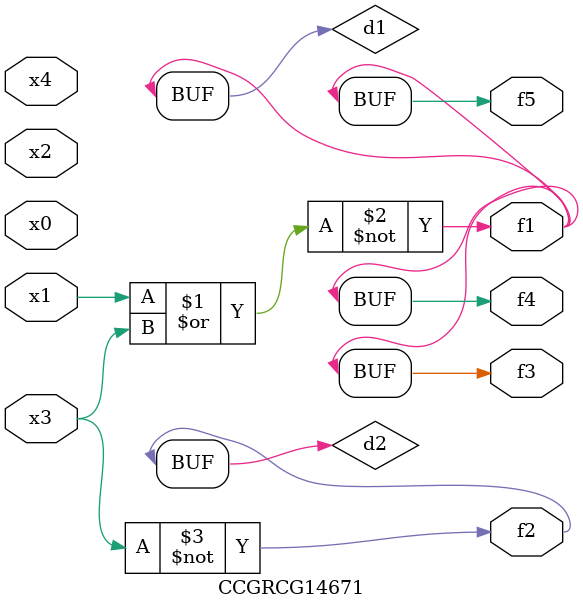
<source format=v>
module CCGRCG14671(
	input x0, x1, x2, x3, x4,
	output f1, f2, f3, f4, f5
);

	wire d1, d2;

	nor (d1, x1, x3);
	not (d2, x3);
	assign f1 = d1;
	assign f2 = d2;
	assign f3 = d1;
	assign f4 = d1;
	assign f5 = d1;
endmodule

</source>
